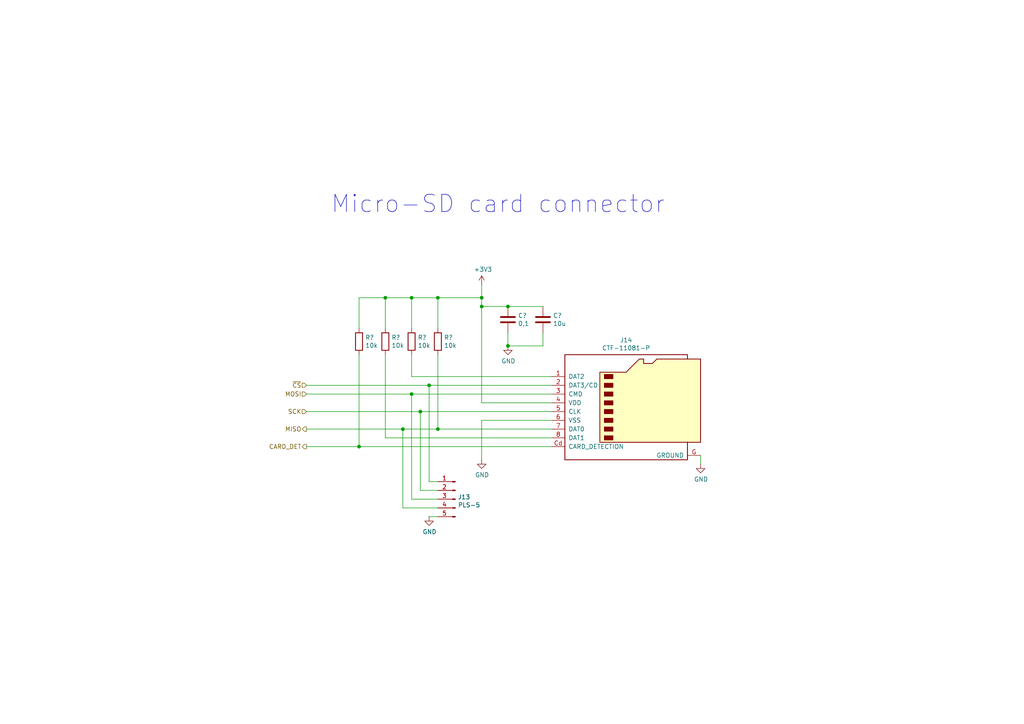
<source format=kicad_sch>
(kicad_sch (version 20250114) (generator "eeschema") (generator_version "9.0")
  (paper "A4")
  (title_block (title "Furnace controller") (date "2026-01-08") (rev "1.1") (company "Yuri Volkov"))
  (lib_symbols
    (symbol "Connector:Conn_01x05_Male" (pin_names (offset 1.016) (hide yes))
      (property "Reference" "J" (at 0 7.62 0))
      (property "Value" "Connector_Conn_01x05_Male" (at 0 -7.62 0))
      (symbol "Conn_01x05_Male_1_1"
        (rectangle (start 0.8636 5.207) (end 0 4.953) (stroke (width 0.1524)) (fill (type outline)))
        (rectangle (start 0.8636 2.667) (end 0 2.413) (stroke (width 0.1524)) (fill (type outline)))
        (rectangle (start 0.8636 0.127) (end 0 -0.127) (stroke (width 0.1524)) (fill (type outline)))
        (rectangle (start 0.8636 -2.413) (end 0 -2.667) (stroke (width 0.1524)) (fill (type outline)))
        (rectangle (start 0.8636 -4.953) (end 0 -5.207) (stroke (width 0.1524)) (fill (type outline)))
        (polyline (pts (xy 1.27 5.08) (xy 0.8636 5.08)) (stroke (width 0.1524)))
        (polyline (pts (xy 1.27 2.54) (xy 0.8636 2.54)) (stroke (width 0.1524)))
        (polyline (pts (xy 1.27 0) (xy 0.8636 0)) (stroke (width 0.1524)))
        (polyline (pts (xy 1.27 -2.54) (xy 0.8636 -2.54)) (stroke (width 0.1524)))
        (polyline (pts (xy 1.27 -5.08) (xy 0.8636 -5.08)) (stroke (width 0.1524)))
        (pin passive line (at 5.08 5.08 180) (length 3.81) (name "Pin_1") (number "1"))
        (pin passive line (at 5.08 2.54 180) (length 3.81) (name "Pin_2") (number "2"))
        (pin passive line (at 5.08 0 180) (length 3.81) (name "Pin_3") (number "3"))
        (pin passive line (at 5.08 -2.54 180) (length 3.81) (name "Pin_4") (number "4"))
        (pin passive line (at 5.08 -5.08 180) (length 3.81) (name "Pin_5") (number "5"))
      )
    )
    (symbol "Device:C" (pin_numbers (hide yes)) (pin_names (offset 0.254))
      (property "Reference" "C" (at 0.635 2.54 0))
      (property "Value" "C" (at 0.635 -2.54 0))
      (symbol "C_0_1"
        (polyline (pts (xy -2.032 0.762) (xy 2.032 0.762)) (stroke (width 0.508)))
        (polyline (pts (xy -2.032 -0.762) (xy 2.032 -0.762)) (stroke (width 0.508)))
      )
      (symbol "C_1_1"
        (pin passive line (at 0 3.81 270) (length 2.794) (name "~") (number "1"))
        (pin passive line (at 0 -3.81 90) (length 2.794) (name "~") (number "2"))
      )
    )
    (symbol "Device:R" (pin_numbers (hide yes)) (pin_names (offset 0))
      (property "Reference" "R" (at 2.032 0 90))
      (property "Value" "R" (at 0 0 90))
      (symbol "R_0_1"
        (rectangle (start -1.016 -2.54) (end 1.016 2.54) (stroke (width 0.254)))
      )
      (symbol "R_1_1"
        (pin passive line (at 0 3.81 270) (length 1.27) (name "~") (number "1"))
        (pin passive line (at 0 -3.81 90) (length 1.27) (name "~") (number "2"))
      )
    )
    (symbol "Micro_SD_card:CTF-11081-P" (pin_names (offset 1.016))
      (property "Reference" "J" (at -16.51 15.24 0))
      (property "Value" "CTF-11081-P" (at 16.51 15.24 0))
      (symbol "CTF-11081-P_0_1"
        (polyline (pts (xy -8.89 -11.43) (xy -8.89 8.89) (xy -1.27 8.89) (xy 2.54 12.7) (xy 3.81 12.7) (xy 3.81 11.43) (xy 6.35 11.43) (xy 7.62 12.7) (xy 20.32 12.7) (xy 20.32 -11.43) (xy -8.89 -11.43)) (stroke (width 0.254)) (fill (type background)))
        (rectangle (start -7.62 8.255) (end -5.08 6.985) (fill (type outline)))
        (rectangle (start -7.62 5.715) (end -5.08 4.445) (fill (type outline)))
        (rectangle (start -7.62 3.175) (end -5.08 1.905) (fill (type outline)))
        (rectangle (start -7.62 0.635) (end -5.08 -0.635) (fill (type outline)))
        (rectangle (start -7.62 -1.905) (end -5.08 -3.175) (fill (type outline)))
        (rectangle (start -7.62 -4.445) (end -5.08 -5.715) (fill (type outline)))
        (rectangle (start -7.62 -6.985) (end -5.08 -8.255) (fill (type outline)))
        (rectangle (start -7.62 -9.525) (end -5.08 -10.795) (fill (type outline)))
        (polyline (pts (xy 16.51 12.7) (xy 16.51 13.97) (xy -19.05 13.97) (xy -19.05 -16.51) (xy 16.51 -16.51) (xy 16.51 -11.43)) (stroke (width 0.254)))
      )
      (symbol "CTF-11081-P_1_1"
        (pin bidirectional line (at -22.86 7.62 0) (length 3.81) (name "DAT2") (number "1"))
        (pin bidirectional line (at -22.86 5.08 0) (length 3.81) (name "DAT3/CD") (number "2"))
        (pin input line (at -22.86 2.54 0) (length 3.81) (name "CMD") (number "3"))
        (pin power_in line (at -22.86 0 0) (length 3.81) (name "VDD") (number "4"))
        (pin input line (at -22.86 -2.54 0) (length 3.81) (name "CLK") (number "5"))
        (pin power_in line (at -22.86 -5.08 0) (length 3.81) (name "VSS") (number "6"))
        (pin bidirectional line (at -22.86 -7.62 0) (length 3.81) (name "DAT0") (number "7"))
        (pin bidirectional line (at -22.86 -10.16 0) (length 3.81) (name "DAT1") (number "8"))
        (pin output line (at -22.86 -12.7 0) (length 3.81) (name "CARD_DETECTION") (number "Cd"))
        (pin passive line (at 20.32 -15.24 180) (length 3.81) (name "GROUND") (number "G"))
      )
    )
    (symbol "power:+3V3" (power) (pin_numbers (hide yes)) (pin_names (offset 0) (hide yes))
      (property "Value" "+3V3" (at 0 3.556 0))
      (symbol "+3V3_0_1"
        (polyline (pts (xy -0.762 1.27) (xy 0 2.54)))
        (polyline (pts (xy 0 2.54) (xy 0.762 1.27)))
        (polyline (pts (xy 0 0) (xy 0 2.54)))
      )
      (symbol "+3V3_1_1"
        (pin power_in line (at 0 0 90) (length 0) (name "~") (number "1"))
      )
    )
    (symbol "power:GND" (power) (pin_numbers (hide yes)) (pin_names (offset 0) (hide yes))
      (property "Value" "GND" (at 0 -3.81 0))
      (symbol "GND_0_1"
        (polyline (pts (xy 0 0) (xy 0 -1.27) (xy 1.27 -1.27) (xy 0 -2.54) (xy -1.27 -1.27) (xy 0 -1.27)))
      )
      (symbol "GND_1_1"
        (pin power_in line (at 0 0 270) (length 0) (name "~") (number "1"))
      )
    )
  )
  (text "Micro-SD card connector" (at 193.04 62.23 0) (effects (font (size 5.0038 5.0038)) (justify right bottom)))
  (junction (at 124.46 111.76))
  (junction (at 119.38 86.36))
  (junction (at 111.76 86.36))
  (junction (at 147.32 100.33))
  (junction (at 119.38 114.3))
  (junction (at 147.32 88.9))
  (junction (at 116.84 124.46))
  (junction (at 139.7 86.36))
  (junction (at 139.7 88.9))
  (junction (at 127 124.46))
  (junction (at 127 86.36))
  (junction (at 121.92 119.38))
  (junction (at 104.14 129.54))
  (wire (pts (xy 119.38 114.3) (xy 160.02 114.3)))
  (wire (pts (xy 121.92 119.38) (xy 160.02 119.38)))
  (wire (pts (xy 121.92 142.24) (xy 121.92 119.38)))
  (wire (pts (xy 111.76 86.36) (xy 119.38 86.36)))
  (wire (pts (xy 139.7 116.84) (xy 139.7 88.9)))
  (wire (pts (xy 116.84 124.46) (xy 127 124.46)))
  (wire (pts (xy 157.48 88.9) (xy 147.32 88.9)))
  (wire (pts (xy 160.02 127) (xy 111.76 127)))
  (wire (pts (xy 116.84 147.32) (xy 116.84 124.46)))
  (wire (pts (xy 104.14 129.54) (xy 88.9 129.54)))
  (wire (pts (xy 127 86.36) (xy 139.7 86.36)))
  (wire (pts (xy 119.38 109.22) (xy 119.38 102.87)))
  (wire (pts (xy 111.76 95.25) (xy 111.76 86.36)))
  (wire (pts (xy 127 102.87) (xy 127 124.46)))
  (wire (pts (xy 111.76 86.36) (xy 104.14 86.36)))
  (wire (pts (xy 157.48 100.33) (xy 147.32 100.33)))
  (wire (pts (xy 119.38 95.25) (xy 119.38 86.36)))
  (wire (pts (xy 139.7 88.9) (xy 139.7 86.36)))
  (wire (pts (xy 160.02 129.54) (xy 104.14 129.54)))
  (wire (pts (xy 139.7 116.84) (xy 160.02 116.84)))
  (wire (pts (xy 88.9 114.3) (xy 119.38 114.3)))
  (wire (pts (xy 147.32 88.9) (xy 139.7 88.9)))
  (wire (pts (xy 203.2 132.08) (xy 203.2 134.62)))
  (wire (pts (xy 127 149.86) (xy 124.46 149.86)))
  (wire (pts (xy 139.7 121.92) (xy 160.02 121.92)))
  (wire (pts (xy 119.38 86.36) (xy 127 86.36)))
  (wire (pts (xy 104.14 86.36) (xy 104.14 95.25)))
  (wire (pts (xy 139.7 121.92) (xy 139.7 133.35)))
  (wire (pts (xy 127 139.7) (xy 124.46 139.7)))
  (wire (pts (xy 147.32 96.52) (xy 147.32 100.33)))
  (wire (pts (xy 124.46 111.76) (xy 160.02 111.76)))
  (wire (pts (xy 139.7 86.36) (xy 139.7 82.55)))
  (wire (pts (xy 160.02 124.46) (xy 127 124.46)))
  (wire (pts (xy 88.9 111.76) (xy 124.46 111.76)))
  (wire (pts (xy 160.02 109.22) (xy 119.38 109.22)))
  (wire (pts (xy 127 144.78) (xy 119.38 144.78)))
  (wire (pts (xy 127 95.25) (xy 127 86.36)))
  (wire (pts (xy 104.14 102.87) (xy 104.14 129.54)))
  (wire (pts (xy 124.46 139.7) (xy 124.46 111.76)))
  (wire (pts (xy 88.9 124.46) (xy 116.84 124.46)))
  (wire (pts (xy 88.9 119.38) (xy 121.92 119.38)))
  (wire (pts (xy 119.38 144.78) (xy 119.38 114.3)))
  (wire (pts (xy 111.76 127) (xy 111.76 102.87)))
  (wire (pts (xy 157.48 96.52) (xy 157.48 100.33)))
  (wire (pts (xy 127 142.24) (xy 121.92 142.24)))
  (wire (pts (xy 127 147.32) (xy 116.84 147.32)))
  (hierarchical_label "~{CS}" (shape input) (at 88.9 111.76 180))
  (hierarchical_label "MISO" (shape output) (at 88.9 124.46 180))
  (hierarchical_label "MOSI" (shape input) (at 88.9 114.3 180))
  (hierarchical_label "SCK" (shape input) (at 88.9 119.38 180))
  (hierarchical_label "CARD_DET" (shape output) (at 88.9 129.54 180))
  (symbol (lib_id "Device:R") (at 127 99.06 0) (unit 1)
    (property "Reference" "R56" (at 128.778 97.8916 0) (effects (justify left)))
    (property "Value" "10k" (at 128.778 100.203 0) (effects (justify left)))
    (property "Footprint" "Resistor_SMD:R_0603_1608Metric_Pad0.98x0.95mm_HandSolder" (effects (hide yes)))
    (instances (project "" (path "" (reference "R?") (unit 1)) (path "" (reference "R?") (unit 1)) (path "" (reference "R56") (unit 1))))
  )
  (symbol (lib_id "power:GND") (at 203.2 134.62 0) (unit 1)
    (property "Reference" "#PWR061" (effects (hide yes)))
    (property "Value" "GND" (at 203.327 139.0142 0))
    (instances (project "" (path "" (reference "#PWR?") (unit 1)) (path "" (reference "#PWR?") (unit 1)) (path "" (reference "#PWR061") (unit 1))))
  )
  (symbol (lib_id "Device:C") (at 147.32 92.71 0) (unit 1)
    (property "Reference" "C44" (at 150.241 91.5416 0) (effects (justify left)))
    (property "Value" "0,1" (at 150.241 93.853 0) (effects (justify left)))
    (property "Footprint" "Capacitor_SMD:C_0603_1608Metric_Pad1.08x0.95mm_HandSolder" (effects (hide yes)))
    (instances (project "" (path "" (reference "C?") (unit 1)) (path "" (reference "C?") (unit 1)) (path "" (reference "C44") (unit 1))))
  )
  (symbol (lib_id "power:GND") (at 139.7 133.35 0) (unit 1)
    (property "Reference" "#PWR059" (effects (hide yes)))
    (property "Value" "GND" (at 139.827 137.7442 0))
    (instances (project "" (path "" (reference "#PWR?") (unit 1)) (path "" (reference "#PWR?") (unit 1)) (path "" (reference "#PWR059") (unit 1))))
  )
  (symbol (lib_id "power:+3V3") (at 139.7 82.55 0) (unit 1)
    (property "Reference" "#PWR058" (effects (hide yes)))
    (property "Value" "+3V3" (at 140.081 78.1558 0))
    (instances (project "" (path "" (reference "#PWR?") (unit 1)) (path "" (reference "#PWR?") (unit 1)) (path "" (reference "#PWR058") (unit 1))))
  )
  (symbol (lib_id "power:GND") (at 147.32 100.33 0) (unit 1)
    (property "Reference" "#PWR060" (effects (hide yes)))
    (property "Value" "GND" (at 147.447 104.7242 0))
    (instances (project "" (path "" (reference "#PWR?") (unit 1)) (path "" (reference "#PWR?") (unit 1)) (path "" (reference "#PWR060") (unit 1))))
  )
  (symbol (lib_id "Device:R") (at 119.38 99.06 0) (unit 1)
    (property "Reference" "R55" (at 121.158 97.8916 0) (effects (justify left)))
    (property "Value" "10k" (at 121.158 100.203 0) (effects (justify left)))
    (property "Footprint" "Resistor_SMD:R_0603_1608Metric_Pad0.98x0.95mm_HandSolder" (effects (hide yes)))
    (instances (project "" (path "" (reference "R?") (unit 1)) (path "" (reference "R?") (unit 1)) (path "" (reference "R55") (unit 1))))
  )
  (symbol (lib_id "Device:R") (at 111.76 99.06 0) (unit 1)
    (property "Reference" "R54" (at 113.538 97.8916 0) (effects (justify left)))
    (property "Value" "10k" (at 113.538 100.203 0) (effects (justify left)))
    (property "Footprint" "Resistor_SMD:R_0603_1608Metric_Pad0.98x0.95mm_HandSolder" (effects (hide yes)))
    (instances (project "" (path "" (reference "R?") (unit 1)) (path "" (reference "R?") (unit 1)) (path "" (reference "R54") (unit 1))))
  )
  (symbol (lib_id "Device:C") (at 157.48 92.71 0) (unit 1)
    (property "Reference" "C45" (at 160.401 91.5416 0) (effects (justify left)))
    (property "Value" "10u" (at 160.401 93.853 0) (effects (justify left)))
    (property "Footprint" "Capacitor_SMD:C_1206_3216Metric_Pad1.33x1.80mm_HandSolder" (effects (hide yes)))
    (instances (project "" (path "" (reference "C?") (unit 1)) (path "" (reference "C?") (unit 1)) (path "" (reference "C?") (unit 1)) (path "" (reference "C?") (unit 1)) (path "" (reference "C45") (unit 1)) (path "" (reference "C?") (unit 1))))
  )
  (symbol (lib_id "Connector:Conn_01x05_Male") (at 132.08 144.78 0) (mirror y) (unit 1)
    (property "Reference" "J13" (at 132.7912 144.1704 0) (effects (justify right)))
    (property "Value" "PLS-5" (at 132.7912 146.4818 0) (effects (justify right)))
    (property "Footprint" "Connector_PinHeader_2.54mm:PinHeader_1x05_P2.54mm_Vertical" (effects (hide yes)))
  )
  (symbol (lib_id "power:GND") (at 124.46 149.86 0) (unit 1)
    (property "Reference" "#PWR057" (effects (hide yes)))
    (property "Value" "GND" (at 124.587 154.2542 0))
    (instances (project "" (path "" (reference "#PWR?") (unit 1)) (path "" (reference "#PWR?") (unit 1)) (path "" (reference "#PWR057") (unit 1))))
  )
  (symbol (lib_id "Micro_SD_card:CTF-11081-P") (at 182.88 116.84 0) (unit 1)
    (property "Reference" "J14" (at 181.61 98.6282 0))
    (property "Value" "CTF-11081-P" (at 181.61 100.9396 0))
    (property "Footprint" "furnace_controller:CTF-11081-P" (effects (hide yes)))
  )
  (symbol (lib_id "Device:R") (at 104.14 99.06 0) (unit 1)
    (property "Reference" "R53" (at 105.918 97.8916 0) (effects (justify left)))
    (property "Value" "10k" (at 105.918 100.203 0) (effects (justify left)))
    (property "Footprint" "Resistor_SMD:R_0603_1608Metric_Pad0.98x0.95mm_HandSolder" (effects (hide yes)))
    (instances (project "" (path "" (reference "R?") (unit 1)) (path "" (reference "R?") (unit 1)) (path "" (reference "R53") (unit 1))))
  )
)
</source>
